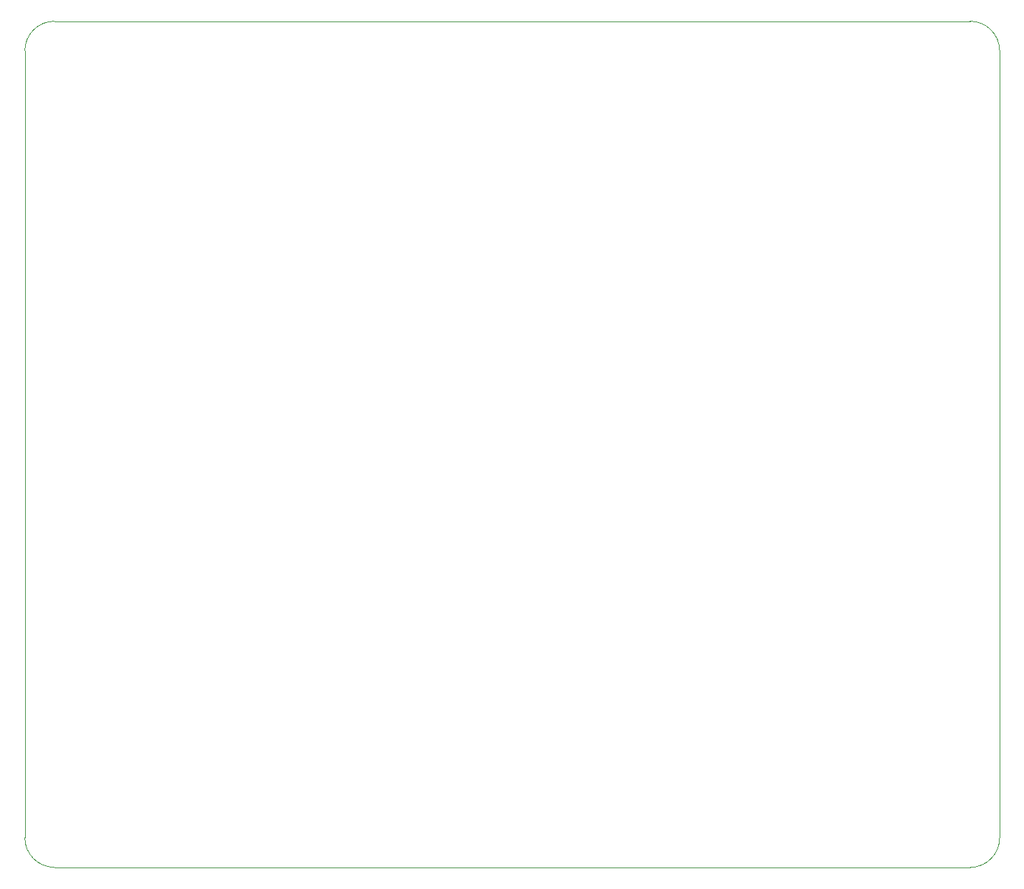
<source format=gko>
G04 #@! TF.GenerationSoftware,KiCad,Pcbnew,8.0.6-8.0.6-0~ubuntu22.04.1*
G04 #@! TF.CreationDate,2024-11-12T10:34:40+00:00*
G04 #@! TF.ProjectId,uefi2,75656669-322e-46b6-9963-61645f706362,A0*
G04 #@! TF.SameCoordinates,PX2fb21b8PY98952e8*
G04 #@! TF.FileFunction,Profile,NP*
%FSLAX46Y46*%
G04 Gerber Fmt 4.6, Leading zero omitted, Abs format (unit mm)*
G04 Created by KiCad (PCBNEW 8.0.6-8.0.6-0~ubuntu22.04.1) date 2024-11-12 10:34:40*
%MOMM*%
%LPD*%
G01*
G04 APERTURE LIST*
G04 #@! TA.AperFunction,Profile*
%ADD10C,0.100000*%
G04 #@! TD*
G04 APERTURE END LIST*
D10*
X-12600Y96494600D02*
G75*
G02*
X3487400Y99994600I3500000J0D01*
G01*
X115087400Y3494600D02*
X115087400Y96494600D01*
X115087400Y3479800D02*
G75*
G02*
X111587400Y-20200I-3500000J0D01*
G01*
X-12600Y96494600D02*
X-12600Y3494600D01*
X111587400Y99994600D02*
X3487400Y99994600D01*
X3487400Y-5400D02*
G75*
G02*
X-12600Y3494600I0J3500000D01*
G01*
X111587400Y99994600D02*
G75*
G02*
X115087400Y96494600I0J-3500000D01*
G01*
X3487400Y-5400D02*
X111587400Y-20200D01*
M02*

</source>
